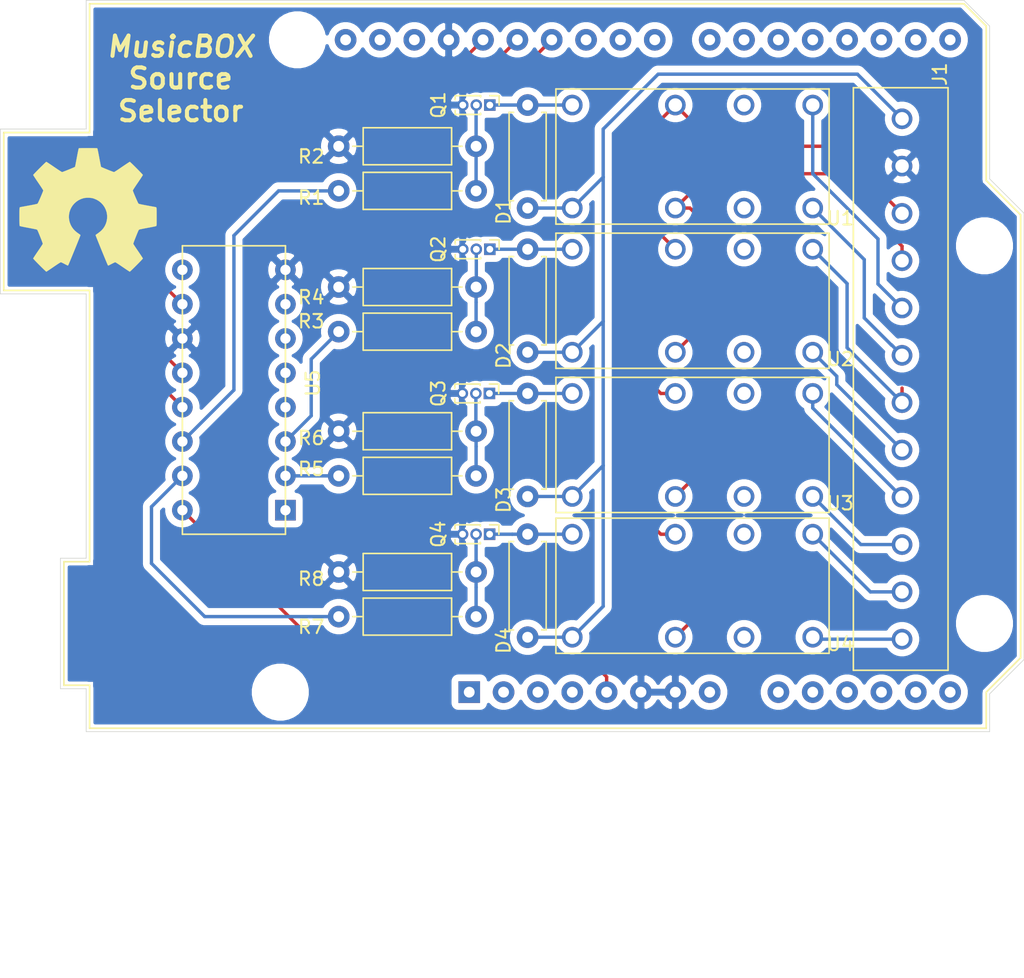
<source format=kicad_pcb>
(kicad_pcb (version 20171130) (host pcbnew "(5.1.5)-3")
  (layers (0 F.Cu signal) (31 B.Cu signal) (34 B.Paste user hide) (35 F.Paste user hide) (36 B.SilkS user) (37 F.SilkS user) (38 B.Mask user) (39 F.Mask user) (44 Edge.Cuts user))
  (net 0 "")
  (net 1 "Net-(A1-Pad16)")
  (net 2 "Net-(A1-Pad15)")
  (net 3 "Net-(A1-Pad30)")
  (net 4 "Net-(A1-Pad14)")
  (net 5 "/Source Selector/SELSRCGND")
  (net 6 "Net-(A1-Pad13)")
  (net 7 "Net-(A1-Pad28)")
  (net 8 "Net-(A1-Pad12)")
  (net 9 "Net-(A1-Pad27)")
  (net 10 "Net-(A1-Pad11)")
  (net 11 "Net-(A1-Pad26)")
  (net 12 "Net-(A1-Pad10)")
  (net 13 "Net-(A1-Pad25)")
  (net 14 "Net-(A1-Pad9)")
  (net 15 "Net-(A1-Pad24)")
  (net 16 "Net-(A1-Pad8)")
  (net 17 "Net-(A1-Pad23)")
  (net 18 "Net-(A1-Pad22)")
  (net 19 "Net-(A1-Pad21)")
  (net 20 "Net-(A1-Pad5)")
  (net 21 "Net-(A1-Pad20)")
  (net 22 "Net-(A1-Pad4)")
  (net 23 "Net-(A1-Pad19)")
  (net 24 "Net-(A1-Pad3)")
  (net 25 "Net-(A1-Pad18)")
  (net 26 "Net-(A1-Pad2)")
  (net 27 "Net-(A1-Pad17)")
  (net 28 "Net-(A1-Pad1)")
  (net 29 "Net-(A1-Pad31)")
  (net 30 "Net-(A1-Pad32)")
  (net 31 "Net-(D1-Pad2)")
  (net 32 "/Source Selector/5V")
  (net 33 "Net-(D2-Pad2)")
  (net 34 "Net-(D3-Pad2)")
  (net 35 "Net-(D4-Pad2)")
  (net 36 "/Source Selector/RIN4")
  (net 37 "/Source Selector/LIN4")
  (net 38 "/Source Selector/RIN3")
  (net 39 "/Source Selector/LIN3")
  (net 40 "/Source Selector/RIN2")
  (net 41 "/Source Selector/LIN2")
  (net 42 "/Source Selector/RIN1")
  (net 43 "/Source Selector/LIN1")
  (net 44 "/Source Selector/ROUT")
  (net 45 "/Source Selector/LOUT")
  (net 46 "Net-(Q1-Pad2)")
  (net 47 "Net-(Q2-Pad2)")
  (net 48 "Net-(Q3-Pad2)")
  (net 49 "Net-(Q4-Pad2)")
  (net 50 "/Source Selector/SELSRC1")
  (net 51 "/Source Selector/SELSRC2")
  (net 52 "/Source Selector/SELSRC3")
  (net 53 "/Source Selector/SELSRC4")
  (net 54 "Net-(U1-Pad11)")
  (net 55 "Net-(U1-Pad6)")
  (net 56 "Net-(U2-Pad11)")
  (net 57 "Net-(U2-Pad6)")
  (net 58 "Net-(U3-Pad11)")
  (net 59 "Net-(U3-Pad6)")
  (net 60 "Net-(U4-Pad11)")
  (net 61 "Net-(U4-Pad6)")
  (net 62 "Net-(U5-Pad9)")
  (net 63 "Net-(U5-Pad7)")
  (net 64 "Net-(U5-Pad6)")
  (net 65 "Net-(U5-Pad5)")
  (net 66 "Net-(U5-Pad4)")
  (net 67 "Net-(U5-Pad1)")
  (module henyxia:OSHW_SILK_FRONT_10MM (layer F.Cu) (at 112.522 88.773)
    (fp_text reference G*** hide)
    (fp_text value LOGO hide)
  )
  (module henyxia:Arduino_UNO_R3_WithMountingHoles (layer F.Cu) (at 140.716 124.46)
    (fp_text reference A1 hide)
    (fp_text value Arduino_UNO_R3)
    (pad "" np_thru_hole circle (at 38.1 -5.08 90) (size 3.2 3.2) (drill 3.2) (layers *.Cu *.Mask))
    (pad "" np_thru_hole circle (at 38.1 -33.02 90) (size 3.2 3.2) (drill 3.2) (layers *.Cu *.Mask))
    (pad "" np_thru_hole circle (at -12.7 -48.26 90) (size 3.2 3.2) (drill 3.2) (layers *.Cu *.Mask))
    (pad "" np_thru_hole circle (at -13.97 0 90) (size 3.2 3.2) (drill 3.2) (layers *.Cu *.Mask))
    (pad 16 thru_hole oval (at 33.02 -48.26 90) (size 1.6 1.6) (drill 0.8) (layers *.Cu *.Mask) (net 1 "Net-(A1-Pad16)"))
    (pad 15 thru_hole oval (at 35.56 -48.26 90) (size 1.6 1.6) (drill 0.8) (layers *.Cu *.Mask) (net 2 "Net-(A1-Pad15)"))
    (pad 30 thru_hole oval (at -4.06 -48.26 90) (size 1.6 1.6) (drill 0.8) (layers *.Cu *.Mask) (net 3 "Net-(A1-Pad30)"))
    (pad 14 thru_hole oval (at 35.56 0 90) (size 1.6 1.6) (drill 0.8) (layers *.Cu *.Mask) (net 4 "Net-(A1-Pad14)"))
    (pad 29 thru_hole oval (at -1.52 -48.26 90) (size 1.6 1.6) (drill 0.8) (layers *.Cu *.Mask) (net 5 "/Source Selector/SELSRCGND"))
    (pad 13 thru_hole oval (at 33.02 0 90) (size 1.6 1.6) (drill 0.8) (layers *.Cu *.Mask) (net 6 "Net-(A1-Pad13)"))
    (pad 28 thru_hole oval (at 1.02 -48.26 90) (size 1.6 1.6) (drill 0.8) (layers *.Cu *.Mask) (net 7 "Net-(A1-Pad28)"))
    (pad 12 thru_hole oval (at 30.48 0 90) (size 1.6 1.6) (drill 0.8) (layers *.Cu *.Mask) (net 8 "Net-(A1-Pad12)"))
    (pad 27 thru_hole oval (at 3.56 -48.26 90) (size 1.6 1.6) (drill 0.8) (layers *.Cu *.Mask) (net 9 "Net-(A1-Pad27)"))
    (pad 11 thru_hole oval (at 27.94 0 90) (size 1.6 1.6) (drill 0.8) (layers *.Cu *.Mask) (net 10 "Net-(A1-Pad11)"))
    (pad 26 thru_hole oval (at 6.1 -48.26 90) (size 1.6 1.6) (drill 0.8) (layers *.Cu *.Mask) (net 11 "Net-(A1-Pad26)"))
    (pad 10 thru_hole oval (at 25.4 0 90) (size 1.6 1.6) (drill 0.8) (layers *.Cu *.Mask) (net 12 "Net-(A1-Pad10)"))
    (pad 25 thru_hole oval (at 8.64 -48.26 90) (size 1.6 1.6) (drill 0.8) (layers *.Cu *.Mask) (net 13 "Net-(A1-Pad25)"))
    (pad 9 thru_hole oval (at 22.86 0 90) (size 1.6 1.6) (drill 0.8) (layers *.Cu *.Mask) (net 14 "Net-(A1-Pad9)"))
    (pad 24 thru_hole oval (at 11.18 -48.26 90) (size 1.6 1.6) (drill 0.8) (layers *.Cu *.Mask) (net 15 "Net-(A1-Pad24)"))
    (pad 8 thru_hole oval (at 17.78 0 90) (size 1.6 1.6) (drill 0.8) (layers *.Cu *.Mask) (net 16 "Net-(A1-Pad8)"))
    (pad 23 thru_hole oval (at 13.72 -48.26 90) (size 1.6 1.6) (drill 0.8) (layers *.Cu *.Mask) (net 17 "Net-(A1-Pad23)"))
    (pad 7 thru_hole oval (at 15.24 0 90) (size 1.6 1.6) (drill 0.8) (layers *.Cu *.Mask) (net 5 "/Source Selector/SELSRCGND"))
    (pad 22 thru_hole oval (at 17.78 -48.26 90) (size 1.6 1.6) (drill 0.8) (layers *.Cu *.Mask) (net 18 "Net-(A1-Pad22)"))
    (pad 6 thru_hole oval (at 12.7 0 90) (size 1.6 1.6) (drill 0.8) (layers *.Cu *.Mask) (net 5 "/Source Selector/SELSRCGND"))
    (pad 21 thru_hole oval (at 20.32 -48.26 90) (size 1.6 1.6) (drill 0.8) (layers *.Cu *.Mask) (net 19 "Net-(A1-Pad21)"))
    (pad 5 thru_hole oval (at 10.16 0 90) (size 1.6 1.6) (drill 0.8) (layers *.Cu *.Mask) (net 20 "Net-(A1-Pad5)"))
    (pad 20 thru_hole oval (at 22.86 -48.26 90) (size 1.6 1.6) (drill 0.8) (layers *.Cu *.Mask) (net 21 "Net-(A1-Pad20)"))
    (pad 4 thru_hole oval (at 7.62 0 90) (size 1.6 1.6) (drill 0.8) (layers *.Cu *.Mask) (net 22 "Net-(A1-Pad4)"))
    (pad 19 thru_hole oval (at 25.4 -48.26 90) (size 1.6 1.6) (drill 0.8) (layers *.Cu *.Mask) (net 23 "Net-(A1-Pad19)"))
    (pad 3 thru_hole oval (at 5.08 0 90) (size 1.6 1.6) (drill 0.8) (layers *.Cu *.Mask) (net 24 "Net-(A1-Pad3)"))
    (pad 18 thru_hole oval (at 27.94 -48.26 90) (size 1.6 1.6) (drill 0.8) (layers *.Cu *.Mask) (net 25 "Net-(A1-Pad18)"))
    (pad 2 thru_hole oval (at 2.54 0 90) (size 1.6 1.6) (drill 0.8) (layers *.Cu *.Mask) (net 26 "Net-(A1-Pad2)"))
    (pad 17 thru_hole oval (at 30.48 -48.26 90) (size 1.6 1.6) (drill 0.8) (layers *.Cu *.Mask) (net 27 "Net-(A1-Pad17)"))
    (pad 1 thru_hole rect (at 0 0 90) (size 1.6 1.6) (drill 0.8) (layers *.Cu *.Mask) (net 28 "Net-(A1-Pad1)"))
    (pad 31 thru_hole oval (at -6.6 -48.26 90) (size 1.6 1.6) (drill 0.8) (layers *.Cu *.Mask) (net 29 "Net-(A1-Pad31)"))
    (pad 32 thru_hole oval (at -9.14 -48.26 90) (size 1.6 1.6) (drill 0.8) (layers *.Cu *.Mask) (net 30 "Net-(A1-Pad32)"))
  )
  (module Resistor_THT:R_Axial_DIN0207_L6.3mm_D2.5mm_P10.16mm_Horizontal (layer F.Cu) (at 131.064 115.57)
    (fp_text reference R8 (at -2.032 0.508) (layer F.SilkS))
    (fp_text value 10k)
    (pad 2 thru_hole oval (at 10.16 0) (size 1.6 1.6) (drill 0.8) (layers *.Cu *.Mask) (net 49 "Net-(Q4-Pad2)"))
    (pad 1 thru_hole circle (at 0 0) (size 1.6 1.6) (drill 0.8) (layers *.Cu *.Mask) (net 5 "/Source Selector/SELSRCGND"))
  )
  (module kicad-libraries:OSTTE120104 (layer F.Cu) (at 172.72 82.042 270)
    (fp_text reference J1 (at -3.302 -2.794 90) (layer F.SilkS))
    (fp_text value Screw_Terminal_01x12)
    (pad 12 thru_hole circle (at 38.5 0 270) (size 1.524 1.524) (drill 1) (layers *.Cu *.Mask) (net 36 "/Source Selector/RIN4"))
    (pad 11 thru_hole circle (at 35 0 270) (size 1.524 1.524) (drill 1) (layers *.Cu *.Mask) (net 37 "/Source Selector/LIN4"))
    (pad 10 thru_hole circle (at 31.5 0 270) (size 1.524 1.524) (drill 1) (layers *.Cu *.Mask) (net 38 "/Source Selector/RIN3"))
    (pad 9 thru_hole circle (at 28 0 270) (size 1.524 1.524) (drill 1) (layers *.Cu *.Mask) (net 39 "/Source Selector/LIN3"))
    (pad 8 thru_hole circle (at 24.5 0 270) (size 1.524 1.524) (drill 1) (layers *.Cu *.Mask) (net 40 "/Source Selector/RIN2"))
    (pad 7 thru_hole circle (at 21 0 270) (size 1.524 1.524) (drill 1) (layers *.Cu *.Mask) (net 41 "/Source Selector/LIN2"))
    (pad 6 thru_hole circle (at 17.5 0 270) (size 1.524 1.524) (drill 1) (layers *.Cu *.Mask) (net 42 "/Source Selector/RIN1"))
    (pad 5 thru_hole circle (at 14 0 270) (size 1.524 1.524) (drill 1) (layers *.Cu *.Mask) (net 43 "/Source Selector/LIN1"))
    (pad 4 thru_hole circle (at 10.5 0 270) (size 1.524 1.524) (drill 1) (layers *.Cu *.Mask) (net 44 "/Source Selector/ROUT"))
    (pad 3 thru_hole circle (at 7 0 270) (size 1.524 1.524) (drill 1) (layers *.Cu *.Mask) (net 45 "/Source Selector/LOUT"))
    (pad 2 thru_hole circle (at 3.5 0 270) (size 1.524 1.524) (drill 1) (layers *.Cu *.Mask) (net 5 "/Source Selector/SELSRCGND"))
    (pad 1 thru_hole circle (at 0 0 270) (size 1.524 1.524) (drill 1) (layers *.Cu *.Mask) (net 32 "/Source Selector/5V"))
  )
  (module kicad-libraries:Axicom_D2n_Relay_V23105 (layer F.Cu) (at 148.336 91.694)
    (fp_text reference U2 (at 19.812 8.128) (layer F.SilkS))
    (fp_text value V23105A5301A201*)
    (pad 16 thru_hole circle (at 0 0) (size 1.524 1.524) (drill 1) (layers *.Cu *.Mask) (net 33 "Net-(D2-Pad2)"))
    (pad 13 thru_hole circle (at 7.62 0) (size 1.524 1.524) (drill 1) (layers *.Cu *.Mask) (net 45 "/Source Selector/LOUT"))
    (pad 11 thru_hole circle (at 12.7 0) (size 1.524 1.524) (drill 1) (layers *.Cu *.Mask) (net 56 "Net-(U2-Pad11)"))
    (pad 9 thru_hole circle (at 17.78 0) (size 1.524 1.524) (drill 1) (layers *.Cu *.Mask) (net 41 "/Source Selector/LIN2"))
    (pad 8 thru_hole circle (at 17.78 7.62) (size 1.524 1.524) (drill 1) (layers *.Cu *.Mask) (net 40 "/Source Selector/RIN2"))
    (pad 6 thru_hole circle (at 12.7 7.62) (size 1.524 1.524) (drill 1) (layers *.Cu *.Mask) (net 57 "Net-(U2-Pad6)"))
    (pad 4 thru_hole circle (at 7.62 7.62) (size 1.524 1.524) (drill 1) (layers *.Cu *.Mask) (net 44 "/Source Selector/ROUT"))
    (pad 1 thru_hole circle (at 0 7.62) (size 1.524 1.524) (drill 1) (layers *.Cu *.Mask) (net 32 "/Source Selector/5V"))
  )
  (module Resistor_THT:R_Axial_DIN0207_L6.3mm_D2.5mm_P7.62mm_Horizontal (layer F.Cu) (at 145.034 88.646 90)
    (fp_text reference D1 (at -0.254 -1.778 90) (layer F.SilkS))
    (fp_text value D)
    (pad 2 thru_hole oval (at 7.62 0 90) (size 1.6 1.6) (drill 0.8) (layers *.Cu *.Mask) (net 31 "Net-(D1-Pad2)"))
    (pad 1 thru_hole circle (at 0 0 90) (size 1.6 1.6) (drill 0.8) (layers *.Cu *.Mask) (net 32 "/Source Selector/5V"))
  )
  (module Resistor_THT:R_Axial_DIN0207_L6.3mm_D2.5mm_P7.62mm_Horizontal (layer F.Cu) (at 145.034 99.314 90)
    (fp_text reference D2 (at -0.254 -1.778 90) (layer F.SilkS))
    (fp_text value D)
    (pad 2 thru_hole oval (at 7.62 0 90) (size 1.6 1.6) (drill 0.8) (layers *.Cu *.Mask) (net 33 "Net-(D2-Pad2)"))
    (pad 1 thru_hole circle (at 0 0 90) (size 1.6 1.6) (drill 0.8) (layers *.Cu *.Mask) (net 32 "/Source Selector/5V"))
  )
  (module Resistor_THT:R_Axial_DIN0207_L6.3mm_D2.5mm_P7.62mm_Horizontal (layer F.Cu) (at 145.034 109.982 90)
    (fp_text reference D3 (at -0.254 -1.778 90) (layer F.SilkS))
    (fp_text value D)
    (pad 2 thru_hole oval (at 7.62 0 90) (size 1.6 1.6) (drill 0.8) (layers *.Cu *.Mask) (net 34 "Net-(D3-Pad2)"))
    (pad 1 thru_hole circle (at 0 0 90) (size 1.6 1.6) (drill 0.8) (layers *.Cu *.Mask) (net 32 "/Source Selector/5V"))
  )
  (module Resistor_THT:R_Axial_DIN0207_L6.3mm_D2.5mm_P7.62mm_Horizontal (layer F.Cu) (at 145.034 120.396 90)
    (fp_text reference D4 (at -0.254 -1.778 90) (layer F.SilkS))
    (fp_text value D)
    (pad 2 thru_hole oval (at 7.62 0 90) (size 1.6 1.6) (drill 0.8) (layers *.Cu *.Mask) (net 35 "Net-(D4-Pad2)"))
    (pad 1 thru_hole circle (at 0 0 90) (size 1.6 1.6) (drill 0.8) (layers *.Cu *.Mask) (net 32 "/Source Selector/5V"))
  )
  (module Resistor_THT:R_Axial_DIN0207_L6.3mm_D2.5mm_P10.16mm_Horizontal (layer F.Cu) (at 141.224 87.376 180)
    (fp_text reference R1 (at 12.192 -0.508) (layer F.SilkS))
    (fp_text value 10k)
    (pad 2 thru_hole oval (at 10.16 0 180) (size 1.6 1.6) (drill 0.8) (layers *.Cu *.Mask) (net 50 "/Source Selector/SELSRC1"))
    (pad 1 thru_hole circle (at 0 0 180) (size 1.6 1.6) (drill 0.8) (layers *.Cu *.Mask) (net 46 "Net-(Q1-Pad2)"))
  )
  (module Resistor_THT:R_Axial_DIN0207_L6.3mm_D2.5mm_P10.16mm_Horizontal (layer F.Cu) (at 131.064 84.074)
    (fp_text reference R2 (at -2.032 0.762) (layer F.SilkS))
    (fp_text value 10k)
    (pad 2 thru_hole oval (at 10.16 0) (size 1.6 1.6) (drill 0.8) (layers *.Cu *.Mask) (net 46 "Net-(Q1-Pad2)"))
    (pad 1 thru_hole circle (at 0 0) (size 1.6 1.6) (drill 0.8) (layers *.Cu *.Mask) (net 5 "/Source Selector/SELSRCGND"))
  )
  (module Resistor_THT:R_Axial_DIN0207_L6.3mm_D2.5mm_P10.16mm_Horizontal (layer F.Cu) (at 141.224 97.79 180)
    (fp_text reference R3 (at 12.192 0.762) (layer F.SilkS))
    (fp_text value 10k)
    (pad 2 thru_hole oval (at 10.16 0 180) (size 1.6 1.6) (drill 0.8) (layers *.Cu *.Mask) (net 51 "/Source Selector/SELSRC2"))
    (pad 1 thru_hole circle (at 0 0 180) (size 1.6 1.6) (drill 0.8) (layers *.Cu *.Mask) (net 47 "Net-(Q2-Pad2)"))
  )
  (module Resistor_THT:R_Axial_DIN0207_L6.3mm_D2.5mm_P10.16mm_Horizontal (layer F.Cu) (at 131.064 94.488)
    (fp_text reference R4 (at -2.032 0.762) (layer F.SilkS))
    (fp_text value 10k)
    (pad 2 thru_hole oval (at 10.16 0) (size 1.6 1.6) (drill 0.8) (layers *.Cu *.Mask) (net 47 "Net-(Q2-Pad2)"))
    (pad 1 thru_hole circle (at 0 0) (size 1.6 1.6) (drill 0.8) (layers *.Cu *.Mask) (net 5 "/Source Selector/SELSRCGND"))
  )
  (module Resistor_THT:R_Axial_DIN0207_L6.3mm_D2.5mm_P10.16mm_Horizontal (layer F.Cu) (at 141.224 108.458 180)
    (fp_text reference R5 (at 12.192 0.508) (layer F.SilkS))
    (fp_text value 10k)
    (pad 2 thru_hole oval (at 10.16 0 180) (size 1.6 1.6) (drill 0.8) (layers *.Cu *.Mask) (net 52 "/Source Selector/SELSRC3"))
    (pad 1 thru_hole circle (at 0 0 180) (size 1.6 1.6) (drill 0.8) (layers *.Cu *.Mask) (net 48 "Net-(Q3-Pad2)"))
  )
  (module Resistor_THT:R_Axial_DIN0207_L6.3mm_D2.5mm_P10.16mm_Horizontal (layer F.Cu) (at 131.064 105.156)
    (fp_text reference R6 (at -2.032 0.508) (layer F.SilkS))
    (fp_text value 10k)
    (pad 2 thru_hole oval (at 10.16 0) (size 1.6 1.6) (drill 0.8) (layers *.Cu *.Mask) (net 48 "Net-(Q3-Pad2)"))
    (pad 1 thru_hole circle (at 0 0) (size 1.6 1.6) (drill 0.8) (layers *.Cu *.Mask) (net 5 "/Source Selector/SELSRCGND"))
  )
  (module Resistor_THT:R_Axial_DIN0207_L6.3mm_D2.5mm_P10.16mm_Horizontal (layer F.Cu) (at 141.224 118.872 180)
    (fp_text reference R7 (at 12.192 -0.762) (layer F.SilkS))
    (fp_text value 10k)
    (pad 2 thru_hole oval (at 10.16 0 180) (size 1.6 1.6) (drill 0.8) (layers *.Cu *.Mask) (net 53 "/Source Selector/SELSRC4"))
    (pad 1 thru_hole circle (at 0 0 180) (size 1.6 1.6) (drill 0.8) (layers *.Cu *.Mask) (net 49 "Net-(Q4-Pad2)"))
  )
  (module henyxia:CD4028BE (layer F.Cu) (at 127.127 110.998 90)
    (fp_text reference U5 (at 9.398 2.032 90) (layer F.SilkS))
    (fp_text value CD4028BE)
    (pad 16 thru_hole circle (at 0 -7.62 90) (size 1.524 1.524) (drill 0.762) (layers *.Cu *.Mask) (net 20 "Net-(A1-Pad5)"))
    (pad 15 thru_hole circle (at 2.54 -7.62 90) (size 1.524 1.524) (drill 0.762) (layers *.Cu *.Mask) (net 53 "/Source Selector/SELSRC4"))
    (pad 14 thru_hole circle (at 5.08 -7.62 90) (size 1.524 1.524) (drill 0.762) (layers *.Cu *.Mask) (net 50 "/Source Selector/SELSRC1"))
    (pad 13 thru_hole circle (at 7.62 -7.62 90) (size 1.524 1.524) (drill 0.762) (layers *.Cu *.Mask) (net 7 "Net-(A1-Pad28)"))
    (pad 12 thru_hole circle (at 10.16 -7.62 90) (size 1.524 1.524) (drill 0.762) (layers *.Cu *.Mask) (net 9 "Net-(A1-Pad27)"))
    (pad 11 thru_hole circle (at 12.7 -7.62 90) (size 1.524 1.524) (drill 0.762) (layers *.Cu *.Mask) (net 5 "/Source Selector/SELSRCGND"))
    (pad 10 thru_hole circle (at 15.24 -7.62 90) (size 1.524 1.524) (drill 0.762) (layers *.Cu *.Mask) (net 11 "Net-(A1-Pad26)"))
    (pad 9 thru_hole circle (at 17.78 -7.62 90) (size 1.524 1.524) (drill 0.762) (layers *.Cu *.Mask) (net 62 "Net-(U5-Pad9)"))
    (pad 8 thru_hole circle (at 17.78 0 90) (size 1.524 1.524) (drill 0.762) (layers *.Cu *.Mask) (net 5 "/Source Selector/SELSRCGND"))
    (pad 7 thru_hole circle (at 15.24 0 90) (size 1.524 1.524) (drill 0.762) (layers *.Cu *.Mask) (net 63 "Net-(U5-Pad7)"))
    (pad 6 thru_hole circle (at 12.7 0 90) (size 1.524 1.524) (drill 0.762) (layers *.Cu *.Mask) (net 64 "Net-(U5-Pad6)"))
    (pad 5 thru_hole circle (at 10.16 0 90) (size 1.524 1.524) (drill 0.762) (layers *.Cu *.Mask) (net 65 "Net-(U5-Pad5)"))
    (pad 4 thru_hole circle (at 7.62 0 90) (size 1.524 1.524) (drill 0.762) (layers *.Cu *.Mask) (net 66 "Net-(U5-Pad4)"))
    (pad 3 thru_hole circle (at 5.08 0 90) (size 1.524 1.524) (drill 0.762) (layers *.Cu *.Mask) (net 51 "/Source Selector/SELSRC2"))
    (pad 2 thru_hole circle (at 2.54 0 90) (size 1.524 1.524) (drill 0.762) (layers *.Cu *.Mask) (net 52 "/Source Selector/SELSRC3"))
    (pad 1 thru_hole rect (at 0 0 90) (size 1.524 1.524) (drill 0.762) (layers *.Cu *.Mask) (net 67 "Net-(U5-Pad1)"))
  )
  (module kicad-libraries:Axicom_D2n_Relay_V23105 (layer F.Cu) (at 148.336 112.776)
    (fp_text reference U4 (at 19.812 8.128) (layer F.SilkS))
    (fp_text value V23105A5301A201*)
    (pad 16 thru_hole circle (at 0 0) (size 1.524 1.524) (drill 1) (layers *.Cu *.Mask) (net 35 "Net-(D4-Pad2)"))
    (pad 13 thru_hole circle (at 7.62 0) (size 1.524 1.524) (drill 1) (layers *.Cu *.Mask) (net 45 "/Source Selector/LOUT"))
    (pad 11 thru_hole circle (at 12.7 0) (size 1.524 1.524) (drill 1) (layers *.Cu *.Mask) (net 60 "Net-(U4-Pad11)"))
    (pad 9 thru_hole circle (at 17.78 0) (size 1.524 1.524) (drill 1) (layers *.Cu *.Mask) (net 37 "/Source Selector/LIN4"))
    (pad 8 thru_hole circle (at 17.78 7.62) (size 1.524 1.524) (drill 1) (layers *.Cu *.Mask) (net 36 "/Source Selector/RIN4"))
    (pad 6 thru_hole circle (at 12.7 7.62) (size 1.524 1.524) (drill 1) (layers *.Cu *.Mask) (net 61 "Net-(U4-Pad6)"))
    (pad 4 thru_hole circle (at 7.62 7.62) (size 1.524 1.524) (drill 1) (layers *.Cu *.Mask) (net 44 "/Source Selector/ROUT"))
    (pad 1 thru_hole circle (at 0 7.62) (size 1.524 1.524) (drill 1) (layers *.Cu *.Mask) (net 32 "/Source Selector/5V"))
  )
  (module kicad-libraries:Axicom_D2n_Relay_V23105 (layer F.Cu) (at 148.336 102.362)
    (fp_text reference U3 (at 19.812 8.128) (layer F.SilkS))
    (fp_text value V23105A5301A201*)
    (pad 16 thru_hole circle (at 0 0) (size 1.524 1.524) (drill 1) (layers *.Cu *.Mask) (net 34 "Net-(D3-Pad2)"))
    (pad 13 thru_hole circle (at 7.62 0) (size 1.524 1.524) (drill 1) (layers *.Cu *.Mask) (net 45 "/Source Selector/LOUT"))
    (pad 11 thru_hole circle (at 12.7 0) (size 1.524 1.524) (drill 1) (layers *.Cu *.Mask) (net 58 "Net-(U3-Pad11)"))
    (pad 9 thru_hole circle (at 17.78 0) (size 1.524 1.524) (drill 1) (layers *.Cu *.Mask) (net 39 "/Source Selector/LIN3"))
    (pad 8 thru_hole circle (at 17.78 7.62) (size 1.524 1.524) (drill 1) (layers *.Cu *.Mask) (net 38 "/Source Selector/RIN3"))
    (pad 6 thru_hole circle (at 12.7 7.62) (size 1.524 1.524) (drill 1) (layers *.Cu *.Mask) (net 59 "Net-(U3-Pad6)"))
    (pad 4 thru_hole circle (at 7.62 7.62) (size 1.524 1.524) (drill 1) (layers *.Cu *.Mask) (net 44 "/Source Selector/ROUT"))
    (pad 1 thru_hole circle (at 0 7.62) (size 1.524 1.524) (drill 1) (layers *.Cu *.Mask) (net 32 "/Source Selector/5V"))
  )
  (module kicad-libraries:Axicom_D2n_Relay_V23105 (layer F.Cu) (at 148.336 81.026)
    (fp_text reference U1 (at 19.812 8.382) (layer F.SilkS))
    (fp_text value V23105A5301A201*)
    (pad 16 thru_hole circle (at 0 0) (size 1.524 1.524) (drill 1) (layers *.Cu *.Mask) (net 31 "Net-(D1-Pad2)"))
    (pad 13 thru_hole circle (at 7.62 0) (size 1.524 1.524) (drill 1) (layers *.Cu *.Mask) (net 45 "/Source Selector/LOUT"))
    (pad 11 thru_hole circle (at 12.7 0) (size 1.524 1.524) (drill 1) (layers *.Cu *.Mask) (net 54 "Net-(U1-Pad11)"))
    (pad 9 thru_hole circle (at 17.78 0) (size 1.524 1.524) (drill 1) (layers *.Cu *.Mask) (net 43 "/Source Selector/LIN1"))
    (pad 8 thru_hole circle (at 17.78 7.62) (size 1.524 1.524) (drill 1) (layers *.Cu *.Mask) (net 42 "/Source Selector/RIN1"))
    (pad 6 thru_hole circle (at 12.7 7.62) (size 1.524 1.524) (drill 1) (layers *.Cu *.Mask) (net 55 "Net-(U1-Pad6)"))
    (pad 4 thru_hole circle (at 7.62 7.62) (size 1.524 1.524) (drill 1) (layers *.Cu *.Mask) (net 44 "/Source Selector/ROUT"))
    (pad 1 thru_hole circle (at 0 7.62) (size 1.524 1.524) (drill 1) (layers *.Cu *.Mask) (net 32 "/Source Selector/5V"))
  )
  (module Connector_PinHeader_1.00mm:PinHeader_1x03_P1.00mm_Vertical (layer F.Cu) (at 142.224 112.776 270)
    (fp_text reference Q4 (at 0 3.794 90) (layer F.SilkS))
    (fp_text value Q_NPN_CBE)
    (pad 3 thru_hole oval (at 0 2 270) (size 0.85 0.85) (drill 0.5) (layers *.Cu *.Mask) (net 5 "/Source Selector/SELSRCGND"))
    (pad 2 thru_hole oval (at 0 1 270) (size 0.85 0.85) (drill 0.5) (layers *.Cu *.Mask) (net 49 "Net-(Q4-Pad2)"))
    (pad 1 thru_hole rect (at 0 0 270) (size 0.85 0.85) (drill 0.5) (layers *.Cu *.Mask) (net 35 "Net-(D4-Pad2)"))
  )
  (module Connector_PinHeader_1.00mm:PinHeader_1x03_P1.00mm_Vertical (layer F.Cu) (at 142.208 102.362 270)
    (fp_text reference Q3 (at 0 3.778 90) (layer F.SilkS))
    (fp_text value Q_NPN_CBE)
    (pad 3 thru_hole oval (at 0 2 270) (size 0.85 0.85) (drill 0.5) (layers *.Cu *.Mask) (net 5 "/Source Selector/SELSRCGND"))
    (pad 2 thru_hole oval (at 0 1 270) (size 0.85 0.85) (drill 0.5) (layers *.Cu *.Mask) (net 48 "Net-(Q3-Pad2)"))
    (pad 1 thru_hole rect (at 0 0 270) (size 0.85 0.85) (drill 0.5) (layers *.Cu *.Mask) (net 34 "Net-(D3-Pad2)"))
  )
  (module Connector_PinHeader_1.00mm:PinHeader_1x03_P1.00mm_Vertical (layer F.Cu) (at 142.24 91.694 270)
    (fp_text reference Q2 (at 0 3.81 90) (layer F.SilkS))
    (fp_text value Q_NPN_CBE)
    (pad 3 thru_hole oval (at 0 2 270) (size 0.85 0.85) (drill 0.5) (layers *.Cu *.Mask) (net 5 "/Source Selector/SELSRCGND"))
    (pad 2 thru_hole oval (at 0 1 270) (size 0.85 0.85) (drill 0.5) (layers *.Cu *.Mask) (net 47 "Net-(Q2-Pad2)"))
    (pad 1 thru_hole rect (at 0 0 270) (size 0.85 0.85) (drill 0.5) (layers *.Cu *.Mask) (net 33 "Net-(D2-Pad2)"))
  )
  (module Connector_PinHeader_1.00mm:PinHeader_1x03_P1.00mm_Vertical (layer F.Cu) (at 142.24 81.026 270)
    (fp_text reference Q1 (at 0 3.81 90) (layer F.SilkS))
    (fp_text value Q_NPN_CBE)
    (pad 3 thru_hole oval (at 0 2 270) (size 0.85 0.85) (drill 0.5) (layers *.Cu *.Mask) (net 5 "/Source Selector/SELSRCGND"))
    (pad 2 thru_hole oval (at 0 1 270) (size 0.85 0.85) (drill 0.5) (layers *.Cu *.Mask) (net 46 "Net-(Q1-Pad2)"))
    (pad 1 thru_hole rect (at 0 0 270) (size 0.85 0.85) (drill 0.5) (layers *.Cu *.Mask) (net 31 "Net-(D1-Pad2)"))
  )
  (gr_line (start 112.395 73.279) (end 177.292 73.279) (layer Edge.Cuts) (width 0.05))
  (gr_line (start 112.395 82.804) (end 112.395 73.279) (layer Edge.Cuts) (width 0.05))
  (gr_line (start 106.045 82.804) (end 112.395 82.804) (layer Edge.Cuts) (width 0.05))
  (gr_line (start 106.045 94.996) (end 106.045 82.804) (layer Edge.Cuts) (width 0.05))
  (gr_line (start 112.395 94.996) (end 106.045 94.996) (layer Edge.Cuts) (width 0.05))
  (gr_line (start 112.395 114.554) (end 112.395 94.996) (layer Edge.Cuts) (width 0.05))
  (gr_line (start 110.49 114.554) (end 112.395 114.554) (layer Edge.Cuts) (width 0.05))
  (gr_line (start 110.49 124.206) (end 110.49 114.554) (layer Edge.Cuts) (width 0.05))
  (gr_line (start 112.395 124.206) (end 110.49 124.206) (layer Edge.Cuts) (width 0.05))
  (gr_line (start 112.395 127.381) (end 112.395 124.206) (layer Edge.Cuts) (width 0.05))
  (gr_line (start 179.197 127.381) (end 112.395 127.381) (layer Edge.Cuts) (width 0.05))
  (gr_line (start 179.197 124.587) (end 179.197 127.381) (layer Edge.Cuts) (width 0.05))
  (gr_line (start 179.324 124.46) (end 179.197 124.587) (layer Edge.Cuts) (width 0.05))
  (gr_line (start 181.737 122.047) (end 179.324 124.46) (layer Edge.Cuts) (width 0.05))
  (gr_line (start 181.737 89.027) (end 181.737 122.047) (layer Edge.Cuts) (width 0.05))
  (gr_line (start 179.197 86.487) (end 181.737 89.027) (layer Edge.Cuts) (width 0.05))
  (gr_line (start 179.197 75.184) (end 179.197 86.487) (layer Edge.Cuts) (width 0.05))
  (gr_line (start 177.292 73.279) (end 179.197 75.184) (layer Edge.Cuts) (width 0.05))
  (gr_text "Source\nSelector" (at 119.38 80.264) (layer F.SilkS) (effects (font (size 1.5 1.5) (thickness 0.3))))
  (gr_text MusicBOX (at 119.38 76.708) (layer F.SilkS) (effects (font (size 1.5 1.5) (thickness 0.3) italic)))
  (segment (start 139.63896 81.026) (end 140.24 81.026) (width 0.25) (layer B.Cu) (net 5))
  (segment (start 114.3 93.472) (end 114.3 98.171) (width 0.25) (layer F.Cu) (net 7))
  (segment (start 130.048 77.724) (end 114.3 93.472) (width 0.25) (layer F.Cu) (net 7))
  (segment (start 114.3 98.171) (end 119.507 103.378) (width 0.25) (layer F.Cu) (net 7))
  (segment (start 141.736 76.2) (end 140.212 77.724) (width 0.25) (layer F.Cu) (net 7))
  (segment (start 140.212 77.724) (end 130.048 77.724) (width 0.25) (layer F.Cu) (net 7))
  (segment (start 115.57 96.901) (end 119.507 100.838) (width 0.25) (layer F.Cu) (net 9))
  (segment (start 130.429 78.486) (end 115.57 93.345) (width 0.25) (layer F.Cu) (net 9))
  (segment (start 115.57 93.345) (end 115.57 96.901) (width 0.25) (layer F.Cu) (net 9))
  (segment (start 144.276 76.2) (end 141.99 78.486) (width 0.25) (layer F.Cu) (net 9))
  (segment (start 141.99 78.486) (end 130.429 78.486) (width 0.25) (layer F.Cu) (net 9))
  (segment (start 117.475 93.726) (end 119.507 95.758) (width 0.25) (layer F.Cu) (net 11))
  (segment (start 117.475 92.837) (end 117.475 93.726) (width 0.25) (layer F.Cu) (net 11))
  (segment (start 146.816 76.2) (end 143.768 79.248) (width 0.25) (layer F.Cu) (net 11))
  (segment (start 131.064 79.248) (end 117.475 92.837) (width 0.25) (layer F.Cu) (net 11))
  (segment (start 143.768 79.248) (end 131.064 79.248) (width 0.25) (layer F.Cu) (net 11))
  (segment (start 150.10237 122.555) (end 131.064 122.555) (width 0.25) (layer F.Cu) (net 20))
  (segment (start 131.064 122.555) (end 119.507 110.998) (width 0.25) (layer F.Cu) (net 20))
  (segment (start 150.876 124.46) (end 150.876 123.32863) (width 0.25) (layer F.Cu) (net 20))
  (segment (start 150.876 123.32863) (end 150.10237 122.555) (width 0.25) (layer F.Cu) (net 20))
  (segment (start 148.336 81.026) (end 145.034 81.026) (width 0.25) (layer B.Cu) (net 31))
  (segment (start 145.034 81.026) (end 142.24 81.026) (width 0.25) (layer B.Cu) (net 31))
  (segment (start 148.336 120.396) (end 145.034 120.396) (width 0.25) (layer B.Cu) (net 32))
  (segment (start 147.25837 109.982) (end 145.034 109.982) (width 0.25) (layer B.Cu) (net 32))
  (segment (start 148.336 109.982) (end 147.25837 109.982) (width 0.25) (layer B.Cu) (net 32))
  (segment (start 150.622 86.36) (end 148.336 88.646) (width 0.25) (layer B.Cu) (net 32))
  (segment (start 150.622 82.804) (end 150.622 86.36) (width 0.25) (layer B.Cu) (net 32))
  (segment (start 154.686 78.74) (end 150.622 82.804) (width 0.25) (layer B.Cu) (net 32))
  (segment (start 172.72 82.042) (end 169.418 78.74) (width 0.25) (layer B.Cu) (net 32))
  (segment (start 169.418 78.74) (end 154.686 78.74) (width 0.25) (layer B.Cu) (net 32))
  (segment (start 150.622 97.028) (end 150.622 86.36) (width 0.25) (layer B.Cu) (net 32))
  (segment (start 148.336 99.314) (end 150.622 97.028) (width 0.25) (layer B.Cu) (net 32))
  (segment (start 150.622 107.696) (end 150.622 97.028) (width 0.25) (layer B.Cu) (net 32))
  (segment (start 148.336 109.982) (end 150.622 107.696) (width 0.25) (layer B.Cu) (net 32))
  (segment (start 150.622 118.11) (end 150.622 107.696) (width 0.25) (layer B.Cu) (net 32))
  (segment (start 148.336 120.396) (end 150.622 118.11) (width 0.25) (layer B.Cu) (net 32))
  (segment (start 148.336 99.314) (end 145.034 99.314) (width 0.25) (layer B.Cu) (net 32))
  (segment (start 148.336 88.646) (end 145.034 88.646) (width 0.25) (layer B.Cu) (net 32))
  (segment (start 147.25837 91.694) (end 145.034 91.694) (width 0.25) (layer B.Cu) (net 33))
  (segment (start 148.336 91.694) (end 147.25837 91.694) (width 0.25) (layer B.Cu) (net 33))
  (segment (start 145.034 91.694) (end 142.24 91.694) (width 0.25) (layer B.Cu) (net 33))
  (segment (start 147.25837 102.362) (end 145.034 102.362) (width 0.25) (layer B.Cu) (net 34))
  (segment (start 148.336 102.362) (end 147.25837 102.362) (width 0.25) (layer B.Cu) (net 34))
  (segment (start 145.034 102.362) (end 142.208 102.362) (width 0.25) (layer B.Cu) (net 34))
  (segment (start 147.25837 112.776) (end 145.034 112.776) (width 0.25) (layer B.Cu) (net 35))
  (segment (start 148.336 112.776) (end 147.25837 112.776) (width 0.25) (layer B.Cu) (net 35))
  (segment (start 143.90263 112.776) (end 142.224 112.776) (width 0.25) (layer B.Cu) (net 35))
  (segment (start 145.034 112.776) (end 143.90263 112.776) (width 0.25) (layer B.Cu) (net 35))
  (segment (start 166.262 120.542) (end 166.116 120.396) (width 0.25) (layer B.Cu) (net 36))
  (segment (start 172.72 120.542) (end 166.262 120.542) (width 0.25) (layer B.Cu) (net 36))
  (segment (start 170.382 117.042) (end 166.116 112.776) (width 0.25) (layer B.Cu) (net 37))
  (segment (start 172.72 117.042) (end 170.382 117.042) (width 0.25) (layer B.Cu) (net 37))
  (segment (start 169.676 113.542) (end 166.116 109.982) (width 0.25) (layer B.Cu) (net 38))
  (segment (start 172.72 113.542) (end 169.676 113.542) (width 0.25) (layer B.Cu) (net 38))
  (segment (start 166.116 103.438) (end 166.116 102.362) (width 0.25) (layer B.Cu) (net 39))
  (segment (start 172.72 110.042) (end 166.116 103.438) (width 0.25) (layer B.Cu) (net 39))
  (segment (start 166.116 99.938) (end 166.116 99.314) (width 0.25) (layer F.Cu) (net 40))
  (segment (start 172.72 106.542) (end 167.894 101.716) (width 0.25) (layer B.Cu) (net 40))
  (segment (start 167.894 101.092) (end 166.116 99.314) (width 0.25) (layer B.Cu) (net 40))
  (segment (start 167.894 101.716) (end 167.894 101.092) (width 0.25) (layer B.Cu) (net 40))
  (segment (start 172.72 103.042) (end 172.72 101.96437) (width 0.25) (layer F.Cu) (net 41))
  (segment (start 172.72 103.042) (end 168.656 98.978) (width 0.25) (layer B.Cu) (net 41))
  (segment (start 168.656 94.234) (end 166.116 91.694) (width 0.25) (layer B.Cu) (net 41))
  (segment (start 168.656 98.978) (end 168.656 94.234) (width 0.25) (layer B.Cu) (net 41))
  (segment (start 171.958001 98.780001) (end 171.932001 98.780001) (width 0.25) (layer B.Cu) (net 42))
  (segment (start 172.72 99.542) (end 171.958001 98.780001) (width 0.25) (layer B.Cu) (net 42))
  (segment (start 171.932001 98.780001) (end 169.926 96.774) (width 0.25) (layer B.Cu) (net 42))
  (segment (start 169.926 92.456) (end 166.116 88.646) (width 0.25) (layer B.Cu) (net 42))
  (segment (start 169.926 96.774) (end 169.926 92.456) (width 0.25) (layer B.Cu) (net 42))
  (segment (start 172.72 96.042) (end 170.942 94.264) (width 0.25) (layer B.Cu) (net 43))
  (segment (start 170.942 94.264) (end 170.942 90.932) (width 0.25) (layer B.Cu) (net 43))
  (segment (start 166.116 86.106) (end 166.116 81.026) (width 0.25) (layer B.Cu) (net 43))
  (segment (start 170.942 90.932) (end 166.116 86.106) (width 0.25) (layer B.Cu) (net 43))
  (segment (start 172.72 91.46437) (end 167.36163 86.106) (width 0.25) (layer F.Cu) (net 44))
  (segment (start 172.72 92.542) (end 172.72 91.46437) (width 0.25) (layer F.Cu) (net 44))
  (segment (start 158.496 86.106) (end 155.956 88.646) (width 0.25) (layer F.Cu) (net 44))
  (segment (start 167.36163 86.106) (end 158.496 86.106) (width 0.25) (layer F.Cu) (net 44))
  (segment (start 157.03363 88.646) (end 158.75 90.36237) (width 0.25) (layer F.Cu) (net 44))
  (segment (start 155.956 88.646) (end 157.03363 88.646) (width 0.25) (layer F.Cu) (net 44))
  (segment (start 158.75 96.52) (end 155.956 99.314) (width 0.25) (layer F.Cu) (net 44))
  (segment (start 158.75 90.36237) (end 158.75 96.52) (width 0.25) (layer F.Cu) (net 44))
  (segment (start 155.956 120.396) (end 158.75 117.602) (width 0.25) (layer F.Cu) (net 44))
  (segment (start 155.956 109.982) (end 158.75 107.188) (width 0.25) (layer F.Cu) (net 44))
  (segment (start 158.75 117.602) (end 158.75 107.188) (width 0.25) (layer F.Cu) (net 44))
  (segment (start 158.75 107.188) (end 158.75 96.52) (width 0.25) (layer F.Cu) (net 44))
  (segment (start 172.72 89.042) (end 169.276 85.598) (width 0.25) (layer F.Cu) (net 45))
  (segment (start 155.956 81.026) (end 153.162 83.82) (width 0.25) (layer F.Cu) (net 45))
  (segment (start 153.162 88.9) (end 155.956 91.694) (width 0.25) (layer F.Cu) (net 45))
  (segment (start 153.162 83.82) (end 153.162 88.9) (width 0.25) (layer F.Cu) (net 45))
  (segment (start 154.87837 102.362) (end 153.162 100.64563) (width 0.25) (layer F.Cu) (net 45))
  (segment (start 153.162 100.64563) (end 153.162 88.9) (width 0.25) (layer F.Cu) (net 45))
  (segment (start 155.956 102.362) (end 154.87837 102.362) (width 0.25) (layer F.Cu) (net 45))
  (segment (start 154.87837 112.776) (end 153.162 111.05963) (width 0.25) (layer F.Cu) (net 45))
  (segment (start 153.162 111.05963) (end 153.162 100.64563) (width 0.25) (layer F.Cu) (net 45))
  (segment (start 155.956 112.776) (end 154.87837 112.776) (width 0.25) (layer F.Cu) (net 45))
  (segment (start 155.956 81.026) (end 159.004 84.074) (width 0.25) (layer F.Cu) (net 45))
  (segment (start 167.752 84.074) (end 169.276 85.598) (width 0.25) (layer F.Cu) (net 45))
  (segment (start 159.004 84.074) (end 167.752 84.074) (width 0.25) (layer F.Cu) (net 45))
  (segment (start 141.224 87.376) (end 141.224 84.074) (width 0.25) (layer B.Cu) (net 46))
  (segment (start 141.224 81.042) (end 141.24 81.026) (width 0.25) (layer B.Cu) (net 46))
  (segment (start 141.224 84.074) (end 141.224 81.042) (width 0.25) (layer B.Cu) (net 46))
  (segment (start 141.24 94.472) (end 141.224 94.488) (width 0.25) (layer B.Cu) (net 47))
  (segment (start 141.24 91.694) (end 141.24 94.472) (width 0.25) (layer B.Cu) (net 47))
  (segment (start 141.224 95.61937) (end 141.224 97.79) (width 0.25) (layer B.Cu) (net 47))
  (segment (start 141.224 94.488) (end 141.224 95.61937) (width 0.25) (layer B.Cu) (net 47))
  (segment (start 141.208 105.14) (end 141.224 105.156) (width 0.25) (layer B.Cu) (net 48))
  (segment (start 141.208 102.362) (end 141.208 105.14) (width 0.25) (layer B.Cu) (net 48))
  (segment (start 141.224 106.28737) (end 141.224 108.458) (width 0.25) (layer B.Cu) (net 48))
  (segment (start 141.224 105.156) (end 141.224 106.28737) (width 0.25) (layer B.Cu) (net 48))
  (segment (start 141.224 115.824) (end 141.224 114.69263) (width 0.25) (layer B.Cu) (net 49))
  (segment (start 141.224 113.37704) (end 141.224 115.57) (width 0.25) (layer B.Cu) (net 49))
  (segment (start 141.224 112.776) (end 141.224 113.37704) (width 0.25) (layer B.Cu) (net 49))
  (segment (start 141.224 116.70137) (end 141.224 118.872) (width 0.25) (layer B.Cu) (net 49))
  (segment (start 141.224 115.57) (end 141.224 116.70137) (width 0.25) (layer B.Cu) (net 49))
  (segment (start 123.317 102.108) (end 119.507 105.918) (width 0.25) (layer B.Cu) (net 50))
  (segment (start 123.317 90.678) (end 123.317 102.108) (width 0.25) (layer B.Cu) (net 50))
  (segment (start 131.064 87.376) (end 126.619 87.376) (width 0.25) (layer B.Cu) (net 50))
  (segment (start 126.619 87.376) (end 123.317 90.678) (width 0.25) (layer B.Cu) (net 50))
  (segment (start 127.127 105.918) (end 129.032 104.013) (width 0.25) (layer B.Cu) (net 51))
  (segment (start 129.032 99.822) (end 131.064 97.79) (width 0.25) (layer B.Cu) (net 51))
  (segment (start 129.032 104.013) (end 129.032 99.822) (width 0.25) (layer B.Cu) (net 51))
  (segment (start 131.064 108.458) (end 127.127 108.458) (width 0.25) (layer B.Cu) (net 52))
  (segment (start 117.221 114.935) (end 117.221 110.744) (width 0.25) (layer B.Cu) (net 53))
  (segment (start 131.064 118.872) (end 121.158 118.872) (width 0.25) (layer B.Cu) (net 53))
  (segment (start 117.221 110.744) (end 119.507 108.458) (width 0.25) (layer B.Cu) (net 53))
  (segment (start 121.158 118.872) (end 117.221 114.935) (width 0.25) (layer B.Cu) (net 53))
  (zone (net 5) (net_name "/Source Selector/SELSRCGND") (layer B.Cu) (connect_pads (clearance 0.508)) (min_thickness 0.254) (fill yes (arc_segments 32) (thermal_gap 0.508) (thermal_bridge_width 0.508))
    (polygon (pts (xy 112.903 123.698) (xy 110.998 123.698) (xy 110.998 115.062) (xy 112.903 115.062) (xy 112.903 94.488) (xy 106.553 94.488) (xy 106.553 83.312) (xy 112.903 83.312) (xy 112.903 73.787) (xy 177.165 73.787) (xy 178.689 75.311) (xy 178.689 86.741) (xy 181.229 89.154) (xy 181.229 121.793) (xy 178.689 124.333) (xy 178.689 126.873) (xy 112.903 126.873)))
  )
)
</source>
